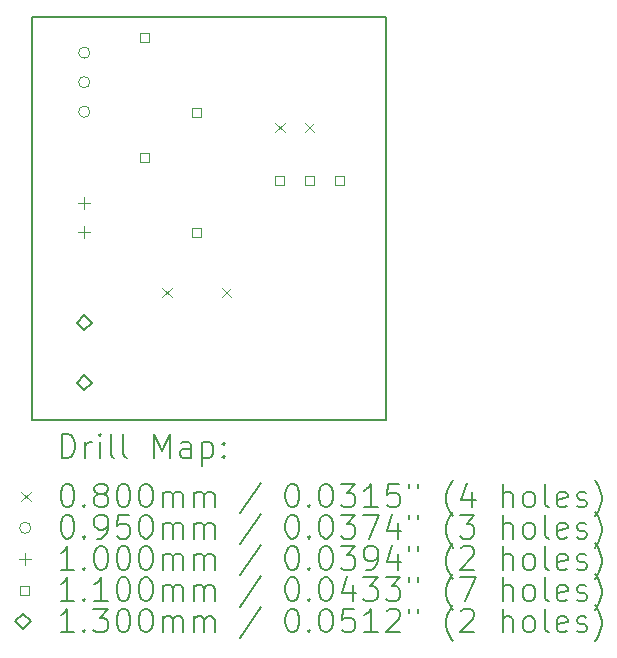
<source format=gbr>
%TF.GenerationSoftware,KiCad,Pcbnew,7.0.9*%
%TF.CreationDate,2023-11-11T09:59:14+01:00*%
%TF.ProjectId,CO2-PwrSupply,434f322d-5077-4725-9375-70706c792e6b,1.0*%
%TF.SameCoordinates,Original*%
%TF.FileFunction,Drillmap*%
%TF.FilePolarity,Positive*%
%FSLAX45Y45*%
G04 Gerber Fmt 4.5, Leading zero omitted, Abs format (unit mm)*
G04 Created by KiCad (PCBNEW 7.0.9) date 2023-11-11 09:59:14*
%MOMM*%
%LPD*%
G01*
G04 APERTURE LIST*
%ADD10C,0.150000*%
%ADD11C,0.200000*%
%ADD12C,0.100000*%
%ADD13C,0.110000*%
%ADD14C,0.130000*%
G04 APERTURE END LIST*
D10*
X4937300Y-1714500D02*
X7934500Y-1714500D01*
X7934500Y-5130800D01*
X4937300Y-5130800D01*
X4937300Y-1714500D01*
D11*
D12*
X6044300Y-4011300D02*
X6124300Y-4091300D01*
X6124300Y-4011300D02*
X6044300Y-4091300D01*
X6544300Y-4011300D02*
X6624300Y-4091300D01*
X6624300Y-4011300D02*
X6544300Y-4091300D01*
X6999289Y-2614300D02*
X7079289Y-2694300D01*
X7079289Y-2614300D02*
X6999289Y-2694300D01*
X7249289Y-2614300D02*
X7329289Y-2694300D01*
X7329289Y-2614300D02*
X7249289Y-2694300D01*
X5429300Y-2019300D02*
G75*
G03*
X5429300Y-2019300I-47500J0D01*
G01*
X5429300Y-2269300D02*
G75*
G03*
X5429300Y-2269300I-47500J0D01*
G01*
X5429300Y-2519300D02*
G75*
G03*
X5429300Y-2519300I-47500J0D01*
G01*
X5381800Y-3239300D02*
X5381800Y-3339300D01*
X5331800Y-3289300D02*
X5431800Y-3289300D01*
X5381800Y-3489300D02*
X5381800Y-3589300D01*
X5331800Y-3539300D02*
X5431800Y-3539300D01*
D13*
X5928691Y-1931191D02*
X5928691Y-1853409D01*
X5850909Y-1853409D01*
X5850909Y-1931191D01*
X5928691Y-1931191D01*
X5928691Y-2947191D02*
X5928691Y-2869409D01*
X5850909Y-2869409D01*
X5850909Y-2947191D01*
X5928691Y-2947191D01*
X6373191Y-2566191D02*
X6373191Y-2488409D01*
X6295409Y-2488409D01*
X6295409Y-2566191D01*
X6373191Y-2566191D01*
X6373191Y-3582191D02*
X6373191Y-3504409D01*
X6295409Y-3504409D01*
X6295409Y-3582191D01*
X6373191Y-3582191D01*
X7071691Y-3137691D02*
X7071691Y-3059909D01*
X6993909Y-3059909D01*
X6993909Y-3137691D01*
X7071691Y-3137691D01*
X7325691Y-3137691D02*
X7325691Y-3059909D01*
X7247909Y-3059909D01*
X7247909Y-3137691D01*
X7325691Y-3137691D01*
X7579691Y-3137691D02*
X7579691Y-3059909D01*
X7501909Y-3059909D01*
X7501909Y-3137691D01*
X7579691Y-3137691D01*
D14*
X5381800Y-4370300D02*
X5446800Y-4305300D01*
X5381800Y-4240300D01*
X5316800Y-4305300D01*
X5381800Y-4370300D01*
X5381800Y-4878300D02*
X5446800Y-4813300D01*
X5381800Y-4748300D01*
X5316800Y-4813300D01*
X5381800Y-4878300D01*
D11*
X5190577Y-5449784D02*
X5190577Y-5249784D01*
X5190577Y-5249784D02*
X5238196Y-5249784D01*
X5238196Y-5249784D02*
X5266767Y-5259308D01*
X5266767Y-5259308D02*
X5285815Y-5278355D01*
X5285815Y-5278355D02*
X5295339Y-5297403D01*
X5295339Y-5297403D02*
X5304863Y-5335498D01*
X5304863Y-5335498D02*
X5304863Y-5364070D01*
X5304863Y-5364070D02*
X5295339Y-5402165D01*
X5295339Y-5402165D02*
X5285815Y-5421212D01*
X5285815Y-5421212D02*
X5266767Y-5440260D01*
X5266767Y-5440260D02*
X5238196Y-5449784D01*
X5238196Y-5449784D02*
X5190577Y-5449784D01*
X5390577Y-5449784D02*
X5390577Y-5316450D01*
X5390577Y-5354546D02*
X5400101Y-5335498D01*
X5400101Y-5335498D02*
X5409624Y-5325974D01*
X5409624Y-5325974D02*
X5428672Y-5316450D01*
X5428672Y-5316450D02*
X5447720Y-5316450D01*
X5514386Y-5449784D02*
X5514386Y-5316450D01*
X5514386Y-5249784D02*
X5504863Y-5259308D01*
X5504863Y-5259308D02*
X5514386Y-5268831D01*
X5514386Y-5268831D02*
X5523910Y-5259308D01*
X5523910Y-5259308D02*
X5514386Y-5249784D01*
X5514386Y-5249784D02*
X5514386Y-5268831D01*
X5638196Y-5449784D02*
X5619148Y-5440260D01*
X5619148Y-5440260D02*
X5609624Y-5421212D01*
X5609624Y-5421212D02*
X5609624Y-5249784D01*
X5742958Y-5449784D02*
X5723910Y-5440260D01*
X5723910Y-5440260D02*
X5714386Y-5421212D01*
X5714386Y-5421212D02*
X5714386Y-5249784D01*
X5971529Y-5449784D02*
X5971529Y-5249784D01*
X5971529Y-5249784D02*
X6038196Y-5392641D01*
X6038196Y-5392641D02*
X6104862Y-5249784D01*
X6104862Y-5249784D02*
X6104862Y-5449784D01*
X6285815Y-5449784D02*
X6285815Y-5345022D01*
X6285815Y-5345022D02*
X6276291Y-5325974D01*
X6276291Y-5325974D02*
X6257243Y-5316450D01*
X6257243Y-5316450D02*
X6219148Y-5316450D01*
X6219148Y-5316450D02*
X6200101Y-5325974D01*
X6285815Y-5440260D02*
X6266767Y-5449784D01*
X6266767Y-5449784D02*
X6219148Y-5449784D01*
X6219148Y-5449784D02*
X6200101Y-5440260D01*
X6200101Y-5440260D02*
X6190577Y-5421212D01*
X6190577Y-5421212D02*
X6190577Y-5402165D01*
X6190577Y-5402165D02*
X6200101Y-5383117D01*
X6200101Y-5383117D02*
X6219148Y-5373593D01*
X6219148Y-5373593D02*
X6266767Y-5373593D01*
X6266767Y-5373593D02*
X6285815Y-5364070D01*
X6381053Y-5316450D02*
X6381053Y-5516450D01*
X6381053Y-5325974D02*
X6400101Y-5316450D01*
X6400101Y-5316450D02*
X6438196Y-5316450D01*
X6438196Y-5316450D02*
X6457243Y-5325974D01*
X6457243Y-5325974D02*
X6466767Y-5335498D01*
X6466767Y-5335498D02*
X6476291Y-5354546D01*
X6476291Y-5354546D02*
X6476291Y-5411689D01*
X6476291Y-5411689D02*
X6466767Y-5430736D01*
X6466767Y-5430736D02*
X6457243Y-5440260D01*
X6457243Y-5440260D02*
X6438196Y-5449784D01*
X6438196Y-5449784D02*
X6400101Y-5449784D01*
X6400101Y-5449784D02*
X6381053Y-5440260D01*
X6562005Y-5430736D02*
X6571529Y-5440260D01*
X6571529Y-5440260D02*
X6562005Y-5449784D01*
X6562005Y-5449784D02*
X6552482Y-5440260D01*
X6552482Y-5440260D02*
X6562005Y-5430736D01*
X6562005Y-5430736D02*
X6562005Y-5449784D01*
X6562005Y-5325974D02*
X6571529Y-5335498D01*
X6571529Y-5335498D02*
X6562005Y-5345022D01*
X6562005Y-5345022D02*
X6552482Y-5335498D01*
X6552482Y-5335498D02*
X6562005Y-5325974D01*
X6562005Y-5325974D02*
X6562005Y-5345022D01*
D12*
X4849800Y-5738300D02*
X4929800Y-5818300D01*
X4929800Y-5738300D02*
X4849800Y-5818300D01*
D11*
X5228672Y-5669784D02*
X5247720Y-5669784D01*
X5247720Y-5669784D02*
X5266767Y-5679308D01*
X5266767Y-5679308D02*
X5276291Y-5688831D01*
X5276291Y-5688831D02*
X5285815Y-5707879D01*
X5285815Y-5707879D02*
X5295339Y-5745974D01*
X5295339Y-5745974D02*
X5295339Y-5793593D01*
X5295339Y-5793593D02*
X5285815Y-5831688D01*
X5285815Y-5831688D02*
X5276291Y-5850736D01*
X5276291Y-5850736D02*
X5266767Y-5860260D01*
X5266767Y-5860260D02*
X5247720Y-5869784D01*
X5247720Y-5869784D02*
X5228672Y-5869784D01*
X5228672Y-5869784D02*
X5209624Y-5860260D01*
X5209624Y-5860260D02*
X5200101Y-5850736D01*
X5200101Y-5850736D02*
X5190577Y-5831688D01*
X5190577Y-5831688D02*
X5181053Y-5793593D01*
X5181053Y-5793593D02*
X5181053Y-5745974D01*
X5181053Y-5745974D02*
X5190577Y-5707879D01*
X5190577Y-5707879D02*
X5200101Y-5688831D01*
X5200101Y-5688831D02*
X5209624Y-5679308D01*
X5209624Y-5679308D02*
X5228672Y-5669784D01*
X5381053Y-5850736D02*
X5390577Y-5860260D01*
X5390577Y-5860260D02*
X5381053Y-5869784D01*
X5381053Y-5869784D02*
X5371529Y-5860260D01*
X5371529Y-5860260D02*
X5381053Y-5850736D01*
X5381053Y-5850736D02*
X5381053Y-5869784D01*
X5504863Y-5755498D02*
X5485815Y-5745974D01*
X5485815Y-5745974D02*
X5476291Y-5736450D01*
X5476291Y-5736450D02*
X5466767Y-5717403D01*
X5466767Y-5717403D02*
X5466767Y-5707879D01*
X5466767Y-5707879D02*
X5476291Y-5688831D01*
X5476291Y-5688831D02*
X5485815Y-5679308D01*
X5485815Y-5679308D02*
X5504863Y-5669784D01*
X5504863Y-5669784D02*
X5542958Y-5669784D01*
X5542958Y-5669784D02*
X5562005Y-5679308D01*
X5562005Y-5679308D02*
X5571529Y-5688831D01*
X5571529Y-5688831D02*
X5581053Y-5707879D01*
X5581053Y-5707879D02*
X5581053Y-5717403D01*
X5581053Y-5717403D02*
X5571529Y-5736450D01*
X5571529Y-5736450D02*
X5562005Y-5745974D01*
X5562005Y-5745974D02*
X5542958Y-5755498D01*
X5542958Y-5755498D02*
X5504863Y-5755498D01*
X5504863Y-5755498D02*
X5485815Y-5765022D01*
X5485815Y-5765022D02*
X5476291Y-5774546D01*
X5476291Y-5774546D02*
X5466767Y-5793593D01*
X5466767Y-5793593D02*
X5466767Y-5831688D01*
X5466767Y-5831688D02*
X5476291Y-5850736D01*
X5476291Y-5850736D02*
X5485815Y-5860260D01*
X5485815Y-5860260D02*
X5504863Y-5869784D01*
X5504863Y-5869784D02*
X5542958Y-5869784D01*
X5542958Y-5869784D02*
X5562005Y-5860260D01*
X5562005Y-5860260D02*
X5571529Y-5850736D01*
X5571529Y-5850736D02*
X5581053Y-5831688D01*
X5581053Y-5831688D02*
X5581053Y-5793593D01*
X5581053Y-5793593D02*
X5571529Y-5774546D01*
X5571529Y-5774546D02*
X5562005Y-5765022D01*
X5562005Y-5765022D02*
X5542958Y-5755498D01*
X5704862Y-5669784D02*
X5723910Y-5669784D01*
X5723910Y-5669784D02*
X5742958Y-5679308D01*
X5742958Y-5679308D02*
X5752482Y-5688831D01*
X5752482Y-5688831D02*
X5762005Y-5707879D01*
X5762005Y-5707879D02*
X5771529Y-5745974D01*
X5771529Y-5745974D02*
X5771529Y-5793593D01*
X5771529Y-5793593D02*
X5762005Y-5831688D01*
X5762005Y-5831688D02*
X5752482Y-5850736D01*
X5752482Y-5850736D02*
X5742958Y-5860260D01*
X5742958Y-5860260D02*
X5723910Y-5869784D01*
X5723910Y-5869784D02*
X5704862Y-5869784D01*
X5704862Y-5869784D02*
X5685815Y-5860260D01*
X5685815Y-5860260D02*
X5676291Y-5850736D01*
X5676291Y-5850736D02*
X5666767Y-5831688D01*
X5666767Y-5831688D02*
X5657243Y-5793593D01*
X5657243Y-5793593D02*
X5657243Y-5745974D01*
X5657243Y-5745974D02*
X5666767Y-5707879D01*
X5666767Y-5707879D02*
X5676291Y-5688831D01*
X5676291Y-5688831D02*
X5685815Y-5679308D01*
X5685815Y-5679308D02*
X5704862Y-5669784D01*
X5895339Y-5669784D02*
X5914386Y-5669784D01*
X5914386Y-5669784D02*
X5933434Y-5679308D01*
X5933434Y-5679308D02*
X5942958Y-5688831D01*
X5942958Y-5688831D02*
X5952482Y-5707879D01*
X5952482Y-5707879D02*
X5962005Y-5745974D01*
X5962005Y-5745974D02*
X5962005Y-5793593D01*
X5962005Y-5793593D02*
X5952482Y-5831688D01*
X5952482Y-5831688D02*
X5942958Y-5850736D01*
X5942958Y-5850736D02*
X5933434Y-5860260D01*
X5933434Y-5860260D02*
X5914386Y-5869784D01*
X5914386Y-5869784D02*
X5895339Y-5869784D01*
X5895339Y-5869784D02*
X5876291Y-5860260D01*
X5876291Y-5860260D02*
X5866767Y-5850736D01*
X5866767Y-5850736D02*
X5857243Y-5831688D01*
X5857243Y-5831688D02*
X5847720Y-5793593D01*
X5847720Y-5793593D02*
X5847720Y-5745974D01*
X5847720Y-5745974D02*
X5857243Y-5707879D01*
X5857243Y-5707879D02*
X5866767Y-5688831D01*
X5866767Y-5688831D02*
X5876291Y-5679308D01*
X5876291Y-5679308D02*
X5895339Y-5669784D01*
X6047720Y-5869784D02*
X6047720Y-5736450D01*
X6047720Y-5755498D02*
X6057243Y-5745974D01*
X6057243Y-5745974D02*
X6076291Y-5736450D01*
X6076291Y-5736450D02*
X6104863Y-5736450D01*
X6104863Y-5736450D02*
X6123910Y-5745974D01*
X6123910Y-5745974D02*
X6133434Y-5765022D01*
X6133434Y-5765022D02*
X6133434Y-5869784D01*
X6133434Y-5765022D02*
X6142958Y-5745974D01*
X6142958Y-5745974D02*
X6162005Y-5736450D01*
X6162005Y-5736450D02*
X6190577Y-5736450D01*
X6190577Y-5736450D02*
X6209624Y-5745974D01*
X6209624Y-5745974D02*
X6219148Y-5765022D01*
X6219148Y-5765022D02*
X6219148Y-5869784D01*
X6314386Y-5869784D02*
X6314386Y-5736450D01*
X6314386Y-5755498D02*
X6323910Y-5745974D01*
X6323910Y-5745974D02*
X6342958Y-5736450D01*
X6342958Y-5736450D02*
X6371529Y-5736450D01*
X6371529Y-5736450D02*
X6390577Y-5745974D01*
X6390577Y-5745974D02*
X6400101Y-5765022D01*
X6400101Y-5765022D02*
X6400101Y-5869784D01*
X6400101Y-5765022D02*
X6409624Y-5745974D01*
X6409624Y-5745974D02*
X6428672Y-5736450D01*
X6428672Y-5736450D02*
X6457243Y-5736450D01*
X6457243Y-5736450D02*
X6476291Y-5745974D01*
X6476291Y-5745974D02*
X6485815Y-5765022D01*
X6485815Y-5765022D02*
X6485815Y-5869784D01*
X6876291Y-5660260D02*
X6704863Y-5917403D01*
X7133434Y-5669784D02*
X7152482Y-5669784D01*
X7152482Y-5669784D02*
X7171529Y-5679308D01*
X7171529Y-5679308D02*
X7181053Y-5688831D01*
X7181053Y-5688831D02*
X7190577Y-5707879D01*
X7190577Y-5707879D02*
X7200101Y-5745974D01*
X7200101Y-5745974D02*
X7200101Y-5793593D01*
X7200101Y-5793593D02*
X7190577Y-5831688D01*
X7190577Y-5831688D02*
X7181053Y-5850736D01*
X7181053Y-5850736D02*
X7171529Y-5860260D01*
X7171529Y-5860260D02*
X7152482Y-5869784D01*
X7152482Y-5869784D02*
X7133434Y-5869784D01*
X7133434Y-5869784D02*
X7114386Y-5860260D01*
X7114386Y-5860260D02*
X7104863Y-5850736D01*
X7104863Y-5850736D02*
X7095339Y-5831688D01*
X7095339Y-5831688D02*
X7085815Y-5793593D01*
X7085815Y-5793593D02*
X7085815Y-5745974D01*
X7085815Y-5745974D02*
X7095339Y-5707879D01*
X7095339Y-5707879D02*
X7104863Y-5688831D01*
X7104863Y-5688831D02*
X7114386Y-5679308D01*
X7114386Y-5679308D02*
X7133434Y-5669784D01*
X7285815Y-5850736D02*
X7295339Y-5860260D01*
X7295339Y-5860260D02*
X7285815Y-5869784D01*
X7285815Y-5869784D02*
X7276291Y-5860260D01*
X7276291Y-5860260D02*
X7285815Y-5850736D01*
X7285815Y-5850736D02*
X7285815Y-5869784D01*
X7419148Y-5669784D02*
X7438196Y-5669784D01*
X7438196Y-5669784D02*
X7457244Y-5679308D01*
X7457244Y-5679308D02*
X7466767Y-5688831D01*
X7466767Y-5688831D02*
X7476291Y-5707879D01*
X7476291Y-5707879D02*
X7485815Y-5745974D01*
X7485815Y-5745974D02*
X7485815Y-5793593D01*
X7485815Y-5793593D02*
X7476291Y-5831688D01*
X7476291Y-5831688D02*
X7466767Y-5850736D01*
X7466767Y-5850736D02*
X7457244Y-5860260D01*
X7457244Y-5860260D02*
X7438196Y-5869784D01*
X7438196Y-5869784D02*
X7419148Y-5869784D01*
X7419148Y-5869784D02*
X7400101Y-5860260D01*
X7400101Y-5860260D02*
X7390577Y-5850736D01*
X7390577Y-5850736D02*
X7381053Y-5831688D01*
X7381053Y-5831688D02*
X7371529Y-5793593D01*
X7371529Y-5793593D02*
X7371529Y-5745974D01*
X7371529Y-5745974D02*
X7381053Y-5707879D01*
X7381053Y-5707879D02*
X7390577Y-5688831D01*
X7390577Y-5688831D02*
X7400101Y-5679308D01*
X7400101Y-5679308D02*
X7419148Y-5669784D01*
X7552482Y-5669784D02*
X7676291Y-5669784D01*
X7676291Y-5669784D02*
X7609625Y-5745974D01*
X7609625Y-5745974D02*
X7638196Y-5745974D01*
X7638196Y-5745974D02*
X7657244Y-5755498D01*
X7657244Y-5755498D02*
X7666767Y-5765022D01*
X7666767Y-5765022D02*
X7676291Y-5784069D01*
X7676291Y-5784069D02*
X7676291Y-5831688D01*
X7676291Y-5831688D02*
X7666767Y-5850736D01*
X7666767Y-5850736D02*
X7657244Y-5860260D01*
X7657244Y-5860260D02*
X7638196Y-5869784D01*
X7638196Y-5869784D02*
X7581053Y-5869784D01*
X7581053Y-5869784D02*
X7562006Y-5860260D01*
X7562006Y-5860260D02*
X7552482Y-5850736D01*
X7866767Y-5869784D02*
X7752482Y-5869784D01*
X7809625Y-5869784D02*
X7809625Y-5669784D01*
X7809625Y-5669784D02*
X7790577Y-5698355D01*
X7790577Y-5698355D02*
X7771529Y-5717403D01*
X7771529Y-5717403D02*
X7752482Y-5726927D01*
X8047720Y-5669784D02*
X7952482Y-5669784D01*
X7952482Y-5669784D02*
X7942958Y-5765022D01*
X7942958Y-5765022D02*
X7952482Y-5755498D01*
X7952482Y-5755498D02*
X7971529Y-5745974D01*
X7971529Y-5745974D02*
X8019148Y-5745974D01*
X8019148Y-5745974D02*
X8038196Y-5755498D01*
X8038196Y-5755498D02*
X8047720Y-5765022D01*
X8047720Y-5765022D02*
X8057244Y-5784069D01*
X8057244Y-5784069D02*
X8057244Y-5831688D01*
X8057244Y-5831688D02*
X8047720Y-5850736D01*
X8047720Y-5850736D02*
X8038196Y-5860260D01*
X8038196Y-5860260D02*
X8019148Y-5869784D01*
X8019148Y-5869784D02*
X7971529Y-5869784D01*
X7971529Y-5869784D02*
X7952482Y-5860260D01*
X7952482Y-5860260D02*
X7942958Y-5850736D01*
X8133434Y-5669784D02*
X8133434Y-5707879D01*
X8209625Y-5669784D02*
X8209625Y-5707879D01*
X8504863Y-5945974D02*
X8495339Y-5936450D01*
X8495339Y-5936450D02*
X8476291Y-5907879D01*
X8476291Y-5907879D02*
X8466768Y-5888831D01*
X8466768Y-5888831D02*
X8457244Y-5860260D01*
X8457244Y-5860260D02*
X8447720Y-5812641D01*
X8447720Y-5812641D02*
X8447720Y-5774546D01*
X8447720Y-5774546D02*
X8457244Y-5726927D01*
X8457244Y-5726927D02*
X8466768Y-5698355D01*
X8466768Y-5698355D02*
X8476291Y-5679308D01*
X8476291Y-5679308D02*
X8495339Y-5650736D01*
X8495339Y-5650736D02*
X8504863Y-5641212D01*
X8666768Y-5736450D02*
X8666768Y-5869784D01*
X8619149Y-5660260D02*
X8571530Y-5803117D01*
X8571530Y-5803117D02*
X8695339Y-5803117D01*
X8923911Y-5869784D02*
X8923911Y-5669784D01*
X9009625Y-5869784D02*
X9009625Y-5765022D01*
X9009625Y-5765022D02*
X9000101Y-5745974D01*
X9000101Y-5745974D02*
X8981053Y-5736450D01*
X8981053Y-5736450D02*
X8952482Y-5736450D01*
X8952482Y-5736450D02*
X8933434Y-5745974D01*
X8933434Y-5745974D02*
X8923911Y-5755498D01*
X9133434Y-5869784D02*
X9114387Y-5860260D01*
X9114387Y-5860260D02*
X9104863Y-5850736D01*
X9104863Y-5850736D02*
X9095339Y-5831688D01*
X9095339Y-5831688D02*
X9095339Y-5774546D01*
X9095339Y-5774546D02*
X9104863Y-5755498D01*
X9104863Y-5755498D02*
X9114387Y-5745974D01*
X9114387Y-5745974D02*
X9133434Y-5736450D01*
X9133434Y-5736450D02*
X9162006Y-5736450D01*
X9162006Y-5736450D02*
X9181053Y-5745974D01*
X9181053Y-5745974D02*
X9190577Y-5755498D01*
X9190577Y-5755498D02*
X9200101Y-5774546D01*
X9200101Y-5774546D02*
X9200101Y-5831688D01*
X9200101Y-5831688D02*
X9190577Y-5850736D01*
X9190577Y-5850736D02*
X9181053Y-5860260D01*
X9181053Y-5860260D02*
X9162006Y-5869784D01*
X9162006Y-5869784D02*
X9133434Y-5869784D01*
X9314387Y-5869784D02*
X9295339Y-5860260D01*
X9295339Y-5860260D02*
X9285815Y-5841212D01*
X9285815Y-5841212D02*
X9285815Y-5669784D01*
X9466768Y-5860260D02*
X9447720Y-5869784D01*
X9447720Y-5869784D02*
X9409625Y-5869784D01*
X9409625Y-5869784D02*
X9390577Y-5860260D01*
X9390577Y-5860260D02*
X9381053Y-5841212D01*
X9381053Y-5841212D02*
X9381053Y-5765022D01*
X9381053Y-5765022D02*
X9390577Y-5745974D01*
X9390577Y-5745974D02*
X9409625Y-5736450D01*
X9409625Y-5736450D02*
X9447720Y-5736450D01*
X9447720Y-5736450D02*
X9466768Y-5745974D01*
X9466768Y-5745974D02*
X9476292Y-5765022D01*
X9476292Y-5765022D02*
X9476292Y-5784069D01*
X9476292Y-5784069D02*
X9381053Y-5803117D01*
X9552482Y-5860260D02*
X9571530Y-5869784D01*
X9571530Y-5869784D02*
X9609625Y-5869784D01*
X9609625Y-5869784D02*
X9628673Y-5860260D01*
X9628673Y-5860260D02*
X9638196Y-5841212D01*
X9638196Y-5841212D02*
X9638196Y-5831688D01*
X9638196Y-5831688D02*
X9628673Y-5812641D01*
X9628673Y-5812641D02*
X9609625Y-5803117D01*
X9609625Y-5803117D02*
X9581053Y-5803117D01*
X9581053Y-5803117D02*
X9562006Y-5793593D01*
X9562006Y-5793593D02*
X9552482Y-5774546D01*
X9552482Y-5774546D02*
X9552482Y-5765022D01*
X9552482Y-5765022D02*
X9562006Y-5745974D01*
X9562006Y-5745974D02*
X9581053Y-5736450D01*
X9581053Y-5736450D02*
X9609625Y-5736450D01*
X9609625Y-5736450D02*
X9628673Y-5745974D01*
X9704863Y-5945974D02*
X9714387Y-5936450D01*
X9714387Y-5936450D02*
X9733434Y-5907879D01*
X9733434Y-5907879D02*
X9742958Y-5888831D01*
X9742958Y-5888831D02*
X9752482Y-5860260D01*
X9752482Y-5860260D02*
X9762006Y-5812641D01*
X9762006Y-5812641D02*
X9762006Y-5774546D01*
X9762006Y-5774546D02*
X9752482Y-5726927D01*
X9752482Y-5726927D02*
X9742958Y-5698355D01*
X9742958Y-5698355D02*
X9733434Y-5679308D01*
X9733434Y-5679308D02*
X9714387Y-5650736D01*
X9714387Y-5650736D02*
X9704863Y-5641212D01*
D12*
X4929800Y-6042300D02*
G75*
G03*
X4929800Y-6042300I-47500J0D01*
G01*
D11*
X5228672Y-5933784D02*
X5247720Y-5933784D01*
X5247720Y-5933784D02*
X5266767Y-5943308D01*
X5266767Y-5943308D02*
X5276291Y-5952831D01*
X5276291Y-5952831D02*
X5285815Y-5971879D01*
X5285815Y-5971879D02*
X5295339Y-6009974D01*
X5295339Y-6009974D02*
X5295339Y-6057593D01*
X5295339Y-6057593D02*
X5285815Y-6095688D01*
X5285815Y-6095688D02*
X5276291Y-6114736D01*
X5276291Y-6114736D02*
X5266767Y-6124260D01*
X5266767Y-6124260D02*
X5247720Y-6133784D01*
X5247720Y-6133784D02*
X5228672Y-6133784D01*
X5228672Y-6133784D02*
X5209624Y-6124260D01*
X5209624Y-6124260D02*
X5200101Y-6114736D01*
X5200101Y-6114736D02*
X5190577Y-6095688D01*
X5190577Y-6095688D02*
X5181053Y-6057593D01*
X5181053Y-6057593D02*
X5181053Y-6009974D01*
X5181053Y-6009974D02*
X5190577Y-5971879D01*
X5190577Y-5971879D02*
X5200101Y-5952831D01*
X5200101Y-5952831D02*
X5209624Y-5943308D01*
X5209624Y-5943308D02*
X5228672Y-5933784D01*
X5381053Y-6114736D02*
X5390577Y-6124260D01*
X5390577Y-6124260D02*
X5381053Y-6133784D01*
X5381053Y-6133784D02*
X5371529Y-6124260D01*
X5371529Y-6124260D02*
X5381053Y-6114736D01*
X5381053Y-6114736D02*
X5381053Y-6133784D01*
X5485815Y-6133784D02*
X5523910Y-6133784D01*
X5523910Y-6133784D02*
X5542958Y-6124260D01*
X5542958Y-6124260D02*
X5552482Y-6114736D01*
X5552482Y-6114736D02*
X5571529Y-6086165D01*
X5571529Y-6086165D02*
X5581053Y-6048069D01*
X5581053Y-6048069D02*
X5581053Y-5971879D01*
X5581053Y-5971879D02*
X5571529Y-5952831D01*
X5571529Y-5952831D02*
X5562005Y-5943308D01*
X5562005Y-5943308D02*
X5542958Y-5933784D01*
X5542958Y-5933784D02*
X5504863Y-5933784D01*
X5504863Y-5933784D02*
X5485815Y-5943308D01*
X5485815Y-5943308D02*
X5476291Y-5952831D01*
X5476291Y-5952831D02*
X5466767Y-5971879D01*
X5466767Y-5971879D02*
X5466767Y-6019498D01*
X5466767Y-6019498D02*
X5476291Y-6038546D01*
X5476291Y-6038546D02*
X5485815Y-6048069D01*
X5485815Y-6048069D02*
X5504863Y-6057593D01*
X5504863Y-6057593D02*
X5542958Y-6057593D01*
X5542958Y-6057593D02*
X5562005Y-6048069D01*
X5562005Y-6048069D02*
X5571529Y-6038546D01*
X5571529Y-6038546D02*
X5581053Y-6019498D01*
X5762005Y-5933784D02*
X5666767Y-5933784D01*
X5666767Y-5933784D02*
X5657243Y-6029022D01*
X5657243Y-6029022D02*
X5666767Y-6019498D01*
X5666767Y-6019498D02*
X5685815Y-6009974D01*
X5685815Y-6009974D02*
X5733434Y-6009974D01*
X5733434Y-6009974D02*
X5752482Y-6019498D01*
X5752482Y-6019498D02*
X5762005Y-6029022D01*
X5762005Y-6029022D02*
X5771529Y-6048069D01*
X5771529Y-6048069D02*
X5771529Y-6095688D01*
X5771529Y-6095688D02*
X5762005Y-6114736D01*
X5762005Y-6114736D02*
X5752482Y-6124260D01*
X5752482Y-6124260D02*
X5733434Y-6133784D01*
X5733434Y-6133784D02*
X5685815Y-6133784D01*
X5685815Y-6133784D02*
X5666767Y-6124260D01*
X5666767Y-6124260D02*
X5657243Y-6114736D01*
X5895339Y-5933784D02*
X5914386Y-5933784D01*
X5914386Y-5933784D02*
X5933434Y-5943308D01*
X5933434Y-5943308D02*
X5942958Y-5952831D01*
X5942958Y-5952831D02*
X5952482Y-5971879D01*
X5952482Y-5971879D02*
X5962005Y-6009974D01*
X5962005Y-6009974D02*
X5962005Y-6057593D01*
X5962005Y-6057593D02*
X5952482Y-6095688D01*
X5952482Y-6095688D02*
X5942958Y-6114736D01*
X5942958Y-6114736D02*
X5933434Y-6124260D01*
X5933434Y-6124260D02*
X5914386Y-6133784D01*
X5914386Y-6133784D02*
X5895339Y-6133784D01*
X5895339Y-6133784D02*
X5876291Y-6124260D01*
X5876291Y-6124260D02*
X5866767Y-6114736D01*
X5866767Y-6114736D02*
X5857243Y-6095688D01*
X5857243Y-6095688D02*
X5847720Y-6057593D01*
X5847720Y-6057593D02*
X5847720Y-6009974D01*
X5847720Y-6009974D02*
X5857243Y-5971879D01*
X5857243Y-5971879D02*
X5866767Y-5952831D01*
X5866767Y-5952831D02*
X5876291Y-5943308D01*
X5876291Y-5943308D02*
X5895339Y-5933784D01*
X6047720Y-6133784D02*
X6047720Y-6000450D01*
X6047720Y-6019498D02*
X6057243Y-6009974D01*
X6057243Y-6009974D02*
X6076291Y-6000450D01*
X6076291Y-6000450D02*
X6104863Y-6000450D01*
X6104863Y-6000450D02*
X6123910Y-6009974D01*
X6123910Y-6009974D02*
X6133434Y-6029022D01*
X6133434Y-6029022D02*
X6133434Y-6133784D01*
X6133434Y-6029022D02*
X6142958Y-6009974D01*
X6142958Y-6009974D02*
X6162005Y-6000450D01*
X6162005Y-6000450D02*
X6190577Y-6000450D01*
X6190577Y-6000450D02*
X6209624Y-6009974D01*
X6209624Y-6009974D02*
X6219148Y-6029022D01*
X6219148Y-6029022D02*
X6219148Y-6133784D01*
X6314386Y-6133784D02*
X6314386Y-6000450D01*
X6314386Y-6019498D02*
X6323910Y-6009974D01*
X6323910Y-6009974D02*
X6342958Y-6000450D01*
X6342958Y-6000450D02*
X6371529Y-6000450D01*
X6371529Y-6000450D02*
X6390577Y-6009974D01*
X6390577Y-6009974D02*
X6400101Y-6029022D01*
X6400101Y-6029022D02*
X6400101Y-6133784D01*
X6400101Y-6029022D02*
X6409624Y-6009974D01*
X6409624Y-6009974D02*
X6428672Y-6000450D01*
X6428672Y-6000450D02*
X6457243Y-6000450D01*
X6457243Y-6000450D02*
X6476291Y-6009974D01*
X6476291Y-6009974D02*
X6485815Y-6029022D01*
X6485815Y-6029022D02*
X6485815Y-6133784D01*
X6876291Y-5924260D02*
X6704863Y-6181403D01*
X7133434Y-5933784D02*
X7152482Y-5933784D01*
X7152482Y-5933784D02*
X7171529Y-5943308D01*
X7171529Y-5943308D02*
X7181053Y-5952831D01*
X7181053Y-5952831D02*
X7190577Y-5971879D01*
X7190577Y-5971879D02*
X7200101Y-6009974D01*
X7200101Y-6009974D02*
X7200101Y-6057593D01*
X7200101Y-6057593D02*
X7190577Y-6095688D01*
X7190577Y-6095688D02*
X7181053Y-6114736D01*
X7181053Y-6114736D02*
X7171529Y-6124260D01*
X7171529Y-6124260D02*
X7152482Y-6133784D01*
X7152482Y-6133784D02*
X7133434Y-6133784D01*
X7133434Y-6133784D02*
X7114386Y-6124260D01*
X7114386Y-6124260D02*
X7104863Y-6114736D01*
X7104863Y-6114736D02*
X7095339Y-6095688D01*
X7095339Y-6095688D02*
X7085815Y-6057593D01*
X7085815Y-6057593D02*
X7085815Y-6009974D01*
X7085815Y-6009974D02*
X7095339Y-5971879D01*
X7095339Y-5971879D02*
X7104863Y-5952831D01*
X7104863Y-5952831D02*
X7114386Y-5943308D01*
X7114386Y-5943308D02*
X7133434Y-5933784D01*
X7285815Y-6114736D02*
X7295339Y-6124260D01*
X7295339Y-6124260D02*
X7285815Y-6133784D01*
X7285815Y-6133784D02*
X7276291Y-6124260D01*
X7276291Y-6124260D02*
X7285815Y-6114736D01*
X7285815Y-6114736D02*
X7285815Y-6133784D01*
X7419148Y-5933784D02*
X7438196Y-5933784D01*
X7438196Y-5933784D02*
X7457244Y-5943308D01*
X7457244Y-5943308D02*
X7466767Y-5952831D01*
X7466767Y-5952831D02*
X7476291Y-5971879D01*
X7476291Y-5971879D02*
X7485815Y-6009974D01*
X7485815Y-6009974D02*
X7485815Y-6057593D01*
X7485815Y-6057593D02*
X7476291Y-6095688D01*
X7476291Y-6095688D02*
X7466767Y-6114736D01*
X7466767Y-6114736D02*
X7457244Y-6124260D01*
X7457244Y-6124260D02*
X7438196Y-6133784D01*
X7438196Y-6133784D02*
X7419148Y-6133784D01*
X7419148Y-6133784D02*
X7400101Y-6124260D01*
X7400101Y-6124260D02*
X7390577Y-6114736D01*
X7390577Y-6114736D02*
X7381053Y-6095688D01*
X7381053Y-6095688D02*
X7371529Y-6057593D01*
X7371529Y-6057593D02*
X7371529Y-6009974D01*
X7371529Y-6009974D02*
X7381053Y-5971879D01*
X7381053Y-5971879D02*
X7390577Y-5952831D01*
X7390577Y-5952831D02*
X7400101Y-5943308D01*
X7400101Y-5943308D02*
X7419148Y-5933784D01*
X7552482Y-5933784D02*
X7676291Y-5933784D01*
X7676291Y-5933784D02*
X7609625Y-6009974D01*
X7609625Y-6009974D02*
X7638196Y-6009974D01*
X7638196Y-6009974D02*
X7657244Y-6019498D01*
X7657244Y-6019498D02*
X7666767Y-6029022D01*
X7666767Y-6029022D02*
X7676291Y-6048069D01*
X7676291Y-6048069D02*
X7676291Y-6095688D01*
X7676291Y-6095688D02*
X7666767Y-6114736D01*
X7666767Y-6114736D02*
X7657244Y-6124260D01*
X7657244Y-6124260D02*
X7638196Y-6133784D01*
X7638196Y-6133784D02*
X7581053Y-6133784D01*
X7581053Y-6133784D02*
X7562006Y-6124260D01*
X7562006Y-6124260D02*
X7552482Y-6114736D01*
X7742958Y-5933784D02*
X7876291Y-5933784D01*
X7876291Y-5933784D02*
X7790577Y-6133784D01*
X8038196Y-6000450D02*
X8038196Y-6133784D01*
X7990577Y-5924260D02*
X7942958Y-6067117D01*
X7942958Y-6067117D02*
X8066767Y-6067117D01*
X8133434Y-5933784D02*
X8133434Y-5971879D01*
X8209625Y-5933784D02*
X8209625Y-5971879D01*
X8504863Y-6209974D02*
X8495339Y-6200450D01*
X8495339Y-6200450D02*
X8476291Y-6171879D01*
X8476291Y-6171879D02*
X8466768Y-6152831D01*
X8466768Y-6152831D02*
X8457244Y-6124260D01*
X8457244Y-6124260D02*
X8447720Y-6076641D01*
X8447720Y-6076641D02*
X8447720Y-6038546D01*
X8447720Y-6038546D02*
X8457244Y-5990927D01*
X8457244Y-5990927D02*
X8466768Y-5962355D01*
X8466768Y-5962355D02*
X8476291Y-5943308D01*
X8476291Y-5943308D02*
X8495339Y-5914736D01*
X8495339Y-5914736D02*
X8504863Y-5905212D01*
X8562006Y-5933784D02*
X8685815Y-5933784D01*
X8685815Y-5933784D02*
X8619149Y-6009974D01*
X8619149Y-6009974D02*
X8647720Y-6009974D01*
X8647720Y-6009974D02*
X8666768Y-6019498D01*
X8666768Y-6019498D02*
X8676291Y-6029022D01*
X8676291Y-6029022D02*
X8685815Y-6048069D01*
X8685815Y-6048069D02*
X8685815Y-6095688D01*
X8685815Y-6095688D02*
X8676291Y-6114736D01*
X8676291Y-6114736D02*
X8666768Y-6124260D01*
X8666768Y-6124260D02*
X8647720Y-6133784D01*
X8647720Y-6133784D02*
X8590577Y-6133784D01*
X8590577Y-6133784D02*
X8571530Y-6124260D01*
X8571530Y-6124260D02*
X8562006Y-6114736D01*
X8923911Y-6133784D02*
X8923911Y-5933784D01*
X9009625Y-6133784D02*
X9009625Y-6029022D01*
X9009625Y-6029022D02*
X9000101Y-6009974D01*
X9000101Y-6009974D02*
X8981053Y-6000450D01*
X8981053Y-6000450D02*
X8952482Y-6000450D01*
X8952482Y-6000450D02*
X8933434Y-6009974D01*
X8933434Y-6009974D02*
X8923911Y-6019498D01*
X9133434Y-6133784D02*
X9114387Y-6124260D01*
X9114387Y-6124260D02*
X9104863Y-6114736D01*
X9104863Y-6114736D02*
X9095339Y-6095688D01*
X9095339Y-6095688D02*
X9095339Y-6038546D01*
X9095339Y-6038546D02*
X9104863Y-6019498D01*
X9104863Y-6019498D02*
X9114387Y-6009974D01*
X9114387Y-6009974D02*
X9133434Y-6000450D01*
X9133434Y-6000450D02*
X9162006Y-6000450D01*
X9162006Y-6000450D02*
X9181053Y-6009974D01*
X9181053Y-6009974D02*
X9190577Y-6019498D01*
X9190577Y-6019498D02*
X9200101Y-6038546D01*
X9200101Y-6038546D02*
X9200101Y-6095688D01*
X9200101Y-6095688D02*
X9190577Y-6114736D01*
X9190577Y-6114736D02*
X9181053Y-6124260D01*
X9181053Y-6124260D02*
X9162006Y-6133784D01*
X9162006Y-6133784D02*
X9133434Y-6133784D01*
X9314387Y-6133784D02*
X9295339Y-6124260D01*
X9295339Y-6124260D02*
X9285815Y-6105212D01*
X9285815Y-6105212D02*
X9285815Y-5933784D01*
X9466768Y-6124260D02*
X9447720Y-6133784D01*
X9447720Y-6133784D02*
X9409625Y-6133784D01*
X9409625Y-6133784D02*
X9390577Y-6124260D01*
X9390577Y-6124260D02*
X9381053Y-6105212D01*
X9381053Y-6105212D02*
X9381053Y-6029022D01*
X9381053Y-6029022D02*
X9390577Y-6009974D01*
X9390577Y-6009974D02*
X9409625Y-6000450D01*
X9409625Y-6000450D02*
X9447720Y-6000450D01*
X9447720Y-6000450D02*
X9466768Y-6009974D01*
X9466768Y-6009974D02*
X9476292Y-6029022D01*
X9476292Y-6029022D02*
X9476292Y-6048069D01*
X9476292Y-6048069D02*
X9381053Y-6067117D01*
X9552482Y-6124260D02*
X9571530Y-6133784D01*
X9571530Y-6133784D02*
X9609625Y-6133784D01*
X9609625Y-6133784D02*
X9628673Y-6124260D01*
X9628673Y-6124260D02*
X9638196Y-6105212D01*
X9638196Y-6105212D02*
X9638196Y-6095688D01*
X9638196Y-6095688D02*
X9628673Y-6076641D01*
X9628673Y-6076641D02*
X9609625Y-6067117D01*
X9609625Y-6067117D02*
X9581053Y-6067117D01*
X9581053Y-6067117D02*
X9562006Y-6057593D01*
X9562006Y-6057593D02*
X9552482Y-6038546D01*
X9552482Y-6038546D02*
X9552482Y-6029022D01*
X9552482Y-6029022D02*
X9562006Y-6009974D01*
X9562006Y-6009974D02*
X9581053Y-6000450D01*
X9581053Y-6000450D02*
X9609625Y-6000450D01*
X9609625Y-6000450D02*
X9628673Y-6009974D01*
X9704863Y-6209974D02*
X9714387Y-6200450D01*
X9714387Y-6200450D02*
X9733434Y-6171879D01*
X9733434Y-6171879D02*
X9742958Y-6152831D01*
X9742958Y-6152831D02*
X9752482Y-6124260D01*
X9752482Y-6124260D02*
X9762006Y-6076641D01*
X9762006Y-6076641D02*
X9762006Y-6038546D01*
X9762006Y-6038546D02*
X9752482Y-5990927D01*
X9752482Y-5990927D02*
X9742958Y-5962355D01*
X9742958Y-5962355D02*
X9733434Y-5943308D01*
X9733434Y-5943308D02*
X9714387Y-5914736D01*
X9714387Y-5914736D02*
X9704863Y-5905212D01*
D12*
X4879800Y-6256300D02*
X4879800Y-6356300D01*
X4829800Y-6306300D02*
X4929800Y-6306300D01*
D11*
X5295339Y-6397784D02*
X5181053Y-6397784D01*
X5238196Y-6397784D02*
X5238196Y-6197784D01*
X5238196Y-6197784D02*
X5219148Y-6226355D01*
X5219148Y-6226355D02*
X5200101Y-6245403D01*
X5200101Y-6245403D02*
X5181053Y-6254927D01*
X5381053Y-6378736D02*
X5390577Y-6388260D01*
X5390577Y-6388260D02*
X5381053Y-6397784D01*
X5381053Y-6397784D02*
X5371529Y-6388260D01*
X5371529Y-6388260D02*
X5381053Y-6378736D01*
X5381053Y-6378736D02*
X5381053Y-6397784D01*
X5514386Y-6197784D02*
X5533434Y-6197784D01*
X5533434Y-6197784D02*
X5552482Y-6207308D01*
X5552482Y-6207308D02*
X5562005Y-6216831D01*
X5562005Y-6216831D02*
X5571529Y-6235879D01*
X5571529Y-6235879D02*
X5581053Y-6273974D01*
X5581053Y-6273974D02*
X5581053Y-6321593D01*
X5581053Y-6321593D02*
X5571529Y-6359688D01*
X5571529Y-6359688D02*
X5562005Y-6378736D01*
X5562005Y-6378736D02*
X5552482Y-6388260D01*
X5552482Y-6388260D02*
X5533434Y-6397784D01*
X5533434Y-6397784D02*
X5514386Y-6397784D01*
X5514386Y-6397784D02*
X5495339Y-6388260D01*
X5495339Y-6388260D02*
X5485815Y-6378736D01*
X5485815Y-6378736D02*
X5476291Y-6359688D01*
X5476291Y-6359688D02*
X5466767Y-6321593D01*
X5466767Y-6321593D02*
X5466767Y-6273974D01*
X5466767Y-6273974D02*
X5476291Y-6235879D01*
X5476291Y-6235879D02*
X5485815Y-6216831D01*
X5485815Y-6216831D02*
X5495339Y-6207308D01*
X5495339Y-6207308D02*
X5514386Y-6197784D01*
X5704862Y-6197784D02*
X5723910Y-6197784D01*
X5723910Y-6197784D02*
X5742958Y-6207308D01*
X5742958Y-6207308D02*
X5752482Y-6216831D01*
X5752482Y-6216831D02*
X5762005Y-6235879D01*
X5762005Y-6235879D02*
X5771529Y-6273974D01*
X5771529Y-6273974D02*
X5771529Y-6321593D01*
X5771529Y-6321593D02*
X5762005Y-6359688D01*
X5762005Y-6359688D02*
X5752482Y-6378736D01*
X5752482Y-6378736D02*
X5742958Y-6388260D01*
X5742958Y-6388260D02*
X5723910Y-6397784D01*
X5723910Y-6397784D02*
X5704862Y-6397784D01*
X5704862Y-6397784D02*
X5685815Y-6388260D01*
X5685815Y-6388260D02*
X5676291Y-6378736D01*
X5676291Y-6378736D02*
X5666767Y-6359688D01*
X5666767Y-6359688D02*
X5657243Y-6321593D01*
X5657243Y-6321593D02*
X5657243Y-6273974D01*
X5657243Y-6273974D02*
X5666767Y-6235879D01*
X5666767Y-6235879D02*
X5676291Y-6216831D01*
X5676291Y-6216831D02*
X5685815Y-6207308D01*
X5685815Y-6207308D02*
X5704862Y-6197784D01*
X5895339Y-6197784D02*
X5914386Y-6197784D01*
X5914386Y-6197784D02*
X5933434Y-6207308D01*
X5933434Y-6207308D02*
X5942958Y-6216831D01*
X5942958Y-6216831D02*
X5952482Y-6235879D01*
X5952482Y-6235879D02*
X5962005Y-6273974D01*
X5962005Y-6273974D02*
X5962005Y-6321593D01*
X5962005Y-6321593D02*
X5952482Y-6359688D01*
X5952482Y-6359688D02*
X5942958Y-6378736D01*
X5942958Y-6378736D02*
X5933434Y-6388260D01*
X5933434Y-6388260D02*
X5914386Y-6397784D01*
X5914386Y-6397784D02*
X5895339Y-6397784D01*
X5895339Y-6397784D02*
X5876291Y-6388260D01*
X5876291Y-6388260D02*
X5866767Y-6378736D01*
X5866767Y-6378736D02*
X5857243Y-6359688D01*
X5857243Y-6359688D02*
X5847720Y-6321593D01*
X5847720Y-6321593D02*
X5847720Y-6273974D01*
X5847720Y-6273974D02*
X5857243Y-6235879D01*
X5857243Y-6235879D02*
X5866767Y-6216831D01*
X5866767Y-6216831D02*
X5876291Y-6207308D01*
X5876291Y-6207308D02*
X5895339Y-6197784D01*
X6047720Y-6397784D02*
X6047720Y-6264450D01*
X6047720Y-6283498D02*
X6057243Y-6273974D01*
X6057243Y-6273974D02*
X6076291Y-6264450D01*
X6076291Y-6264450D02*
X6104863Y-6264450D01*
X6104863Y-6264450D02*
X6123910Y-6273974D01*
X6123910Y-6273974D02*
X6133434Y-6293022D01*
X6133434Y-6293022D02*
X6133434Y-6397784D01*
X6133434Y-6293022D02*
X6142958Y-6273974D01*
X6142958Y-6273974D02*
X6162005Y-6264450D01*
X6162005Y-6264450D02*
X6190577Y-6264450D01*
X6190577Y-6264450D02*
X6209624Y-6273974D01*
X6209624Y-6273974D02*
X6219148Y-6293022D01*
X6219148Y-6293022D02*
X6219148Y-6397784D01*
X6314386Y-6397784D02*
X6314386Y-6264450D01*
X6314386Y-6283498D02*
X6323910Y-6273974D01*
X6323910Y-6273974D02*
X6342958Y-6264450D01*
X6342958Y-6264450D02*
X6371529Y-6264450D01*
X6371529Y-6264450D02*
X6390577Y-6273974D01*
X6390577Y-6273974D02*
X6400101Y-6293022D01*
X6400101Y-6293022D02*
X6400101Y-6397784D01*
X6400101Y-6293022D02*
X6409624Y-6273974D01*
X6409624Y-6273974D02*
X6428672Y-6264450D01*
X6428672Y-6264450D02*
X6457243Y-6264450D01*
X6457243Y-6264450D02*
X6476291Y-6273974D01*
X6476291Y-6273974D02*
X6485815Y-6293022D01*
X6485815Y-6293022D02*
X6485815Y-6397784D01*
X6876291Y-6188260D02*
X6704863Y-6445403D01*
X7133434Y-6197784D02*
X7152482Y-6197784D01*
X7152482Y-6197784D02*
X7171529Y-6207308D01*
X7171529Y-6207308D02*
X7181053Y-6216831D01*
X7181053Y-6216831D02*
X7190577Y-6235879D01*
X7190577Y-6235879D02*
X7200101Y-6273974D01*
X7200101Y-6273974D02*
X7200101Y-6321593D01*
X7200101Y-6321593D02*
X7190577Y-6359688D01*
X7190577Y-6359688D02*
X7181053Y-6378736D01*
X7181053Y-6378736D02*
X7171529Y-6388260D01*
X7171529Y-6388260D02*
X7152482Y-6397784D01*
X7152482Y-6397784D02*
X7133434Y-6397784D01*
X7133434Y-6397784D02*
X7114386Y-6388260D01*
X7114386Y-6388260D02*
X7104863Y-6378736D01*
X7104863Y-6378736D02*
X7095339Y-6359688D01*
X7095339Y-6359688D02*
X7085815Y-6321593D01*
X7085815Y-6321593D02*
X7085815Y-6273974D01*
X7085815Y-6273974D02*
X7095339Y-6235879D01*
X7095339Y-6235879D02*
X7104863Y-6216831D01*
X7104863Y-6216831D02*
X7114386Y-6207308D01*
X7114386Y-6207308D02*
X7133434Y-6197784D01*
X7285815Y-6378736D02*
X7295339Y-6388260D01*
X7295339Y-6388260D02*
X7285815Y-6397784D01*
X7285815Y-6397784D02*
X7276291Y-6388260D01*
X7276291Y-6388260D02*
X7285815Y-6378736D01*
X7285815Y-6378736D02*
X7285815Y-6397784D01*
X7419148Y-6197784D02*
X7438196Y-6197784D01*
X7438196Y-6197784D02*
X7457244Y-6207308D01*
X7457244Y-6207308D02*
X7466767Y-6216831D01*
X7466767Y-6216831D02*
X7476291Y-6235879D01*
X7476291Y-6235879D02*
X7485815Y-6273974D01*
X7485815Y-6273974D02*
X7485815Y-6321593D01*
X7485815Y-6321593D02*
X7476291Y-6359688D01*
X7476291Y-6359688D02*
X7466767Y-6378736D01*
X7466767Y-6378736D02*
X7457244Y-6388260D01*
X7457244Y-6388260D02*
X7438196Y-6397784D01*
X7438196Y-6397784D02*
X7419148Y-6397784D01*
X7419148Y-6397784D02*
X7400101Y-6388260D01*
X7400101Y-6388260D02*
X7390577Y-6378736D01*
X7390577Y-6378736D02*
X7381053Y-6359688D01*
X7381053Y-6359688D02*
X7371529Y-6321593D01*
X7371529Y-6321593D02*
X7371529Y-6273974D01*
X7371529Y-6273974D02*
X7381053Y-6235879D01*
X7381053Y-6235879D02*
X7390577Y-6216831D01*
X7390577Y-6216831D02*
X7400101Y-6207308D01*
X7400101Y-6207308D02*
X7419148Y-6197784D01*
X7552482Y-6197784D02*
X7676291Y-6197784D01*
X7676291Y-6197784D02*
X7609625Y-6273974D01*
X7609625Y-6273974D02*
X7638196Y-6273974D01*
X7638196Y-6273974D02*
X7657244Y-6283498D01*
X7657244Y-6283498D02*
X7666767Y-6293022D01*
X7666767Y-6293022D02*
X7676291Y-6312069D01*
X7676291Y-6312069D02*
X7676291Y-6359688D01*
X7676291Y-6359688D02*
X7666767Y-6378736D01*
X7666767Y-6378736D02*
X7657244Y-6388260D01*
X7657244Y-6388260D02*
X7638196Y-6397784D01*
X7638196Y-6397784D02*
X7581053Y-6397784D01*
X7581053Y-6397784D02*
X7562006Y-6388260D01*
X7562006Y-6388260D02*
X7552482Y-6378736D01*
X7771529Y-6397784D02*
X7809625Y-6397784D01*
X7809625Y-6397784D02*
X7828672Y-6388260D01*
X7828672Y-6388260D02*
X7838196Y-6378736D01*
X7838196Y-6378736D02*
X7857244Y-6350165D01*
X7857244Y-6350165D02*
X7866767Y-6312069D01*
X7866767Y-6312069D02*
X7866767Y-6235879D01*
X7866767Y-6235879D02*
X7857244Y-6216831D01*
X7857244Y-6216831D02*
X7847720Y-6207308D01*
X7847720Y-6207308D02*
X7828672Y-6197784D01*
X7828672Y-6197784D02*
X7790577Y-6197784D01*
X7790577Y-6197784D02*
X7771529Y-6207308D01*
X7771529Y-6207308D02*
X7762006Y-6216831D01*
X7762006Y-6216831D02*
X7752482Y-6235879D01*
X7752482Y-6235879D02*
X7752482Y-6283498D01*
X7752482Y-6283498D02*
X7762006Y-6302546D01*
X7762006Y-6302546D02*
X7771529Y-6312069D01*
X7771529Y-6312069D02*
X7790577Y-6321593D01*
X7790577Y-6321593D02*
X7828672Y-6321593D01*
X7828672Y-6321593D02*
X7847720Y-6312069D01*
X7847720Y-6312069D02*
X7857244Y-6302546D01*
X7857244Y-6302546D02*
X7866767Y-6283498D01*
X8038196Y-6264450D02*
X8038196Y-6397784D01*
X7990577Y-6188260D02*
X7942958Y-6331117D01*
X7942958Y-6331117D02*
X8066767Y-6331117D01*
X8133434Y-6197784D02*
X8133434Y-6235879D01*
X8209625Y-6197784D02*
X8209625Y-6235879D01*
X8504863Y-6473974D02*
X8495339Y-6464450D01*
X8495339Y-6464450D02*
X8476291Y-6435879D01*
X8476291Y-6435879D02*
X8466768Y-6416831D01*
X8466768Y-6416831D02*
X8457244Y-6388260D01*
X8457244Y-6388260D02*
X8447720Y-6340641D01*
X8447720Y-6340641D02*
X8447720Y-6302546D01*
X8447720Y-6302546D02*
X8457244Y-6254927D01*
X8457244Y-6254927D02*
X8466768Y-6226355D01*
X8466768Y-6226355D02*
X8476291Y-6207308D01*
X8476291Y-6207308D02*
X8495339Y-6178736D01*
X8495339Y-6178736D02*
X8504863Y-6169212D01*
X8571530Y-6216831D02*
X8581053Y-6207308D01*
X8581053Y-6207308D02*
X8600101Y-6197784D01*
X8600101Y-6197784D02*
X8647720Y-6197784D01*
X8647720Y-6197784D02*
X8666768Y-6207308D01*
X8666768Y-6207308D02*
X8676291Y-6216831D01*
X8676291Y-6216831D02*
X8685815Y-6235879D01*
X8685815Y-6235879D02*
X8685815Y-6254927D01*
X8685815Y-6254927D02*
X8676291Y-6283498D01*
X8676291Y-6283498D02*
X8562006Y-6397784D01*
X8562006Y-6397784D02*
X8685815Y-6397784D01*
X8923911Y-6397784D02*
X8923911Y-6197784D01*
X9009625Y-6397784D02*
X9009625Y-6293022D01*
X9009625Y-6293022D02*
X9000101Y-6273974D01*
X9000101Y-6273974D02*
X8981053Y-6264450D01*
X8981053Y-6264450D02*
X8952482Y-6264450D01*
X8952482Y-6264450D02*
X8933434Y-6273974D01*
X8933434Y-6273974D02*
X8923911Y-6283498D01*
X9133434Y-6397784D02*
X9114387Y-6388260D01*
X9114387Y-6388260D02*
X9104863Y-6378736D01*
X9104863Y-6378736D02*
X9095339Y-6359688D01*
X9095339Y-6359688D02*
X9095339Y-6302546D01*
X9095339Y-6302546D02*
X9104863Y-6283498D01*
X9104863Y-6283498D02*
X9114387Y-6273974D01*
X9114387Y-6273974D02*
X9133434Y-6264450D01*
X9133434Y-6264450D02*
X9162006Y-6264450D01*
X9162006Y-6264450D02*
X9181053Y-6273974D01*
X9181053Y-6273974D02*
X9190577Y-6283498D01*
X9190577Y-6283498D02*
X9200101Y-6302546D01*
X9200101Y-6302546D02*
X9200101Y-6359688D01*
X9200101Y-6359688D02*
X9190577Y-6378736D01*
X9190577Y-6378736D02*
X9181053Y-6388260D01*
X9181053Y-6388260D02*
X9162006Y-6397784D01*
X9162006Y-6397784D02*
X9133434Y-6397784D01*
X9314387Y-6397784D02*
X9295339Y-6388260D01*
X9295339Y-6388260D02*
X9285815Y-6369212D01*
X9285815Y-6369212D02*
X9285815Y-6197784D01*
X9466768Y-6388260D02*
X9447720Y-6397784D01*
X9447720Y-6397784D02*
X9409625Y-6397784D01*
X9409625Y-6397784D02*
X9390577Y-6388260D01*
X9390577Y-6388260D02*
X9381053Y-6369212D01*
X9381053Y-6369212D02*
X9381053Y-6293022D01*
X9381053Y-6293022D02*
X9390577Y-6273974D01*
X9390577Y-6273974D02*
X9409625Y-6264450D01*
X9409625Y-6264450D02*
X9447720Y-6264450D01*
X9447720Y-6264450D02*
X9466768Y-6273974D01*
X9466768Y-6273974D02*
X9476292Y-6293022D01*
X9476292Y-6293022D02*
X9476292Y-6312069D01*
X9476292Y-6312069D02*
X9381053Y-6331117D01*
X9552482Y-6388260D02*
X9571530Y-6397784D01*
X9571530Y-6397784D02*
X9609625Y-6397784D01*
X9609625Y-6397784D02*
X9628673Y-6388260D01*
X9628673Y-6388260D02*
X9638196Y-6369212D01*
X9638196Y-6369212D02*
X9638196Y-6359688D01*
X9638196Y-6359688D02*
X9628673Y-6340641D01*
X9628673Y-6340641D02*
X9609625Y-6331117D01*
X9609625Y-6331117D02*
X9581053Y-6331117D01*
X9581053Y-6331117D02*
X9562006Y-6321593D01*
X9562006Y-6321593D02*
X9552482Y-6302546D01*
X9552482Y-6302546D02*
X9552482Y-6293022D01*
X9552482Y-6293022D02*
X9562006Y-6273974D01*
X9562006Y-6273974D02*
X9581053Y-6264450D01*
X9581053Y-6264450D02*
X9609625Y-6264450D01*
X9609625Y-6264450D02*
X9628673Y-6273974D01*
X9704863Y-6473974D02*
X9714387Y-6464450D01*
X9714387Y-6464450D02*
X9733434Y-6435879D01*
X9733434Y-6435879D02*
X9742958Y-6416831D01*
X9742958Y-6416831D02*
X9752482Y-6388260D01*
X9752482Y-6388260D02*
X9762006Y-6340641D01*
X9762006Y-6340641D02*
X9762006Y-6302546D01*
X9762006Y-6302546D02*
X9752482Y-6254927D01*
X9752482Y-6254927D02*
X9742958Y-6226355D01*
X9742958Y-6226355D02*
X9733434Y-6207308D01*
X9733434Y-6207308D02*
X9714387Y-6178736D01*
X9714387Y-6178736D02*
X9704863Y-6169212D01*
D13*
X4913691Y-6609191D02*
X4913691Y-6531409D01*
X4835909Y-6531409D01*
X4835909Y-6609191D01*
X4913691Y-6609191D01*
D11*
X5295339Y-6661784D02*
X5181053Y-6661784D01*
X5238196Y-6661784D02*
X5238196Y-6461784D01*
X5238196Y-6461784D02*
X5219148Y-6490355D01*
X5219148Y-6490355D02*
X5200101Y-6509403D01*
X5200101Y-6509403D02*
X5181053Y-6518927D01*
X5381053Y-6642736D02*
X5390577Y-6652260D01*
X5390577Y-6652260D02*
X5381053Y-6661784D01*
X5381053Y-6661784D02*
X5371529Y-6652260D01*
X5371529Y-6652260D02*
X5381053Y-6642736D01*
X5381053Y-6642736D02*
X5381053Y-6661784D01*
X5581053Y-6661784D02*
X5466767Y-6661784D01*
X5523910Y-6661784D02*
X5523910Y-6461784D01*
X5523910Y-6461784D02*
X5504863Y-6490355D01*
X5504863Y-6490355D02*
X5485815Y-6509403D01*
X5485815Y-6509403D02*
X5466767Y-6518927D01*
X5704862Y-6461784D02*
X5723910Y-6461784D01*
X5723910Y-6461784D02*
X5742958Y-6471308D01*
X5742958Y-6471308D02*
X5752482Y-6480831D01*
X5752482Y-6480831D02*
X5762005Y-6499879D01*
X5762005Y-6499879D02*
X5771529Y-6537974D01*
X5771529Y-6537974D02*
X5771529Y-6585593D01*
X5771529Y-6585593D02*
X5762005Y-6623688D01*
X5762005Y-6623688D02*
X5752482Y-6642736D01*
X5752482Y-6642736D02*
X5742958Y-6652260D01*
X5742958Y-6652260D02*
X5723910Y-6661784D01*
X5723910Y-6661784D02*
X5704862Y-6661784D01*
X5704862Y-6661784D02*
X5685815Y-6652260D01*
X5685815Y-6652260D02*
X5676291Y-6642736D01*
X5676291Y-6642736D02*
X5666767Y-6623688D01*
X5666767Y-6623688D02*
X5657243Y-6585593D01*
X5657243Y-6585593D02*
X5657243Y-6537974D01*
X5657243Y-6537974D02*
X5666767Y-6499879D01*
X5666767Y-6499879D02*
X5676291Y-6480831D01*
X5676291Y-6480831D02*
X5685815Y-6471308D01*
X5685815Y-6471308D02*
X5704862Y-6461784D01*
X5895339Y-6461784D02*
X5914386Y-6461784D01*
X5914386Y-6461784D02*
X5933434Y-6471308D01*
X5933434Y-6471308D02*
X5942958Y-6480831D01*
X5942958Y-6480831D02*
X5952482Y-6499879D01*
X5952482Y-6499879D02*
X5962005Y-6537974D01*
X5962005Y-6537974D02*
X5962005Y-6585593D01*
X5962005Y-6585593D02*
X5952482Y-6623688D01*
X5952482Y-6623688D02*
X5942958Y-6642736D01*
X5942958Y-6642736D02*
X5933434Y-6652260D01*
X5933434Y-6652260D02*
X5914386Y-6661784D01*
X5914386Y-6661784D02*
X5895339Y-6661784D01*
X5895339Y-6661784D02*
X5876291Y-6652260D01*
X5876291Y-6652260D02*
X5866767Y-6642736D01*
X5866767Y-6642736D02*
X5857243Y-6623688D01*
X5857243Y-6623688D02*
X5847720Y-6585593D01*
X5847720Y-6585593D02*
X5847720Y-6537974D01*
X5847720Y-6537974D02*
X5857243Y-6499879D01*
X5857243Y-6499879D02*
X5866767Y-6480831D01*
X5866767Y-6480831D02*
X5876291Y-6471308D01*
X5876291Y-6471308D02*
X5895339Y-6461784D01*
X6047720Y-6661784D02*
X6047720Y-6528450D01*
X6047720Y-6547498D02*
X6057243Y-6537974D01*
X6057243Y-6537974D02*
X6076291Y-6528450D01*
X6076291Y-6528450D02*
X6104863Y-6528450D01*
X6104863Y-6528450D02*
X6123910Y-6537974D01*
X6123910Y-6537974D02*
X6133434Y-6557022D01*
X6133434Y-6557022D02*
X6133434Y-6661784D01*
X6133434Y-6557022D02*
X6142958Y-6537974D01*
X6142958Y-6537974D02*
X6162005Y-6528450D01*
X6162005Y-6528450D02*
X6190577Y-6528450D01*
X6190577Y-6528450D02*
X6209624Y-6537974D01*
X6209624Y-6537974D02*
X6219148Y-6557022D01*
X6219148Y-6557022D02*
X6219148Y-6661784D01*
X6314386Y-6661784D02*
X6314386Y-6528450D01*
X6314386Y-6547498D02*
X6323910Y-6537974D01*
X6323910Y-6537974D02*
X6342958Y-6528450D01*
X6342958Y-6528450D02*
X6371529Y-6528450D01*
X6371529Y-6528450D02*
X6390577Y-6537974D01*
X6390577Y-6537974D02*
X6400101Y-6557022D01*
X6400101Y-6557022D02*
X6400101Y-6661784D01*
X6400101Y-6557022D02*
X6409624Y-6537974D01*
X6409624Y-6537974D02*
X6428672Y-6528450D01*
X6428672Y-6528450D02*
X6457243Y-6528450D01*
X6457243Y-6528450D02*
X6476291Y-6537974D01*
X6476291Y-6537974D02*
X6485815Y-6557022D01*
X6485815Y-6557022D02*
X6485815Y-6661784D01*
X6876291Y-6452260D02*
X6704863Y-6709403D01*
X7133434Y-6461784D02*
X7152482Y-6461784D01*
X7152482Y-6461784D02*
X7171529Y-6471308D01*
X7171529Y-6471308D02*
X7181053Y-6480831D01*
X7181053Y-6480831D02*
X7190577Y-6499879D01*
X7190577Y-6499879D02*
X7200101Y-6537974D01*
X7200101Y-6537974D02*
X7200101Y-6585593D01*
X7200101Y-6585593D02*
X7190577Y-6623688D01*
X7190577Y-6623688D02*
X7181053Y-6642736D01*
X7181053Y-6642736D02*
X7171529Y-6652260D01*
X7171529Y-6652260D02*
X7152482Y-6661784D01*
X7152482Y-6661784D02*
X7133434Y-6661784D01*
X7133434Y-6661784D02*
X7114386Y-6652260D01*
X7114386Y-6652260D02*
X7104863Y-6642736D01*
X7104863Y-6642736D02*
X7095339Y-6623688D01*
X7095339Y-6623688D02*
X7085815Y-6585593D01*
X7085815Y-6585593D02*
X7085815Y-6537974D01*
X7085815Y-6537974D02*
X7095339Y-6499879D01*
X7095339Y-6499879D02*
X7104863Y-6480831D01*
X7104863Y-6480831D02*
X7114386Y-6471308D01*
X7114386Y-6471308D02*
X7133434Y-6461784D01*
X7285815Y-6642736D02*
X7295339Y-6652260D01*
X7295339Y-6652260D02*
X7285815Y-6661784D01*
X7285815Y-6661784D02*
X7276291Y-6652260D01*
X7276291Y-6652260D02*
X7285815Y-6642736D01*
X7285815Y-6642736D02*
X7285815Y-6661784D01*
X7419148Y-6461784D02*
X7438196Y-6461784D01*
X7438196Y-6461784D02*
X7457244Y-6471308D01*
X7457244Y-6471308D02*
X7466767Y-6480831D01*
X7466767Y-6480831D02*
X7476291Y-6499879D01*
X7476291Y-6499879D02*
X7485815Y-6537974D01*
X7485815Y-6537974D02*
X7485815Y-6585593D01*
X7485815Y-6585593D02*
X7476291Y-6623688D01*
X7476291Y-6623688D02*
X7466767Y-6642736D01*
X7466767Y-6642736D02*
X7457244Y-6652260D01*
X7457244Y-6652260D02*
X7438196Y-6661784D01*
X7438196Y-6661784D02*
X7419148Y-6661784D01*
X7419148Y-6661784D02*
X7400101Y-6652260D01*
X7400101Y-6652260D02*
X7390577Y-6642736D01*
X7390577Y-6642736D02*
X7381053Y-6623688D01*
X7381053Y-6623688D02*
X7371529Y-6585593D01*
X7371529Y-6585593D02*
X7371529Y-6537974D01*
X7371529Y-6537974D02*
X7381053Y-6499879D01*
X7381053Y-6499879D02*
X7390577Y-6480831D01*
X7390577Y-6480831D02*
X7400101Y-6471308D01*
X7400101Y-6471308D02*
X7419148Y-6461784D01*
X7657244Y-6528450D02*
X7657244Y-6661784D01*
X7609625Y-6452260D02*
X7562006Y-6595117D01*
X7562006Y-6595117D02*
X7685815Y-6595117D01*
X7742958Y-6461784D02*
X7866767Y-6461784D01*
X7866767Y-6461784D02*
X7800101Y-6537974D01*
X7800101Y-6537974D02*
X7828672Y-6537974D01*
X7828672Y-6537974D02*
X7847720Y-6547498D01*
X7847720Y-6547498D02*
X7857244Y-6557022D01*
X7857244Y-6557022D02*
X7866767Y-6576069D01*
X7866767Y-6576069D02*
X7866767Y-6623688D01*
X7866767Y-6623688D02*
X7857244Y-6642736D01*
X7857244Y-6642736D02*
X7847720Y-6652260D01*
X7847720Y-6652260D02*
X7828672Y-6661784D01*
X7828672Y-6661784D02*
X7771529Y-6661784D01*
X7771529Y-6661784D02*
X7752482Y-6652260D01*
X7752482Y-6652260D02*
X7742958Y-6642736D01*
X7933434Y-6461784D02*
X8057244Y-6461784D01*
X8057244Y-6461784D02*
X7990577Y-6537974D01*
X7990577Y-6537974D02*
X8019148Y-6537974D01*
X8019148Y-6537974D02*
X8038196Y-6547498D01*
X8038196Y-6547498D02*
X8047720Y-6557022D01*
X8047720Y-6557022D02*
X8057244Y-6576069D01*
X8057244Y-6576069D02*
X8057244Y-6623688D01*
X8057244Y-6623688D02*
X8047720Y-6642736D01*
X8047720Y-6642736D02*
X8038196Y-6652260D01*
X8038196Y-6652260D02*
X8019148Y-6661784D01*
X8019148Y-6661784D02*
X7962006Y-6661784D01*
X7962006Y-6661784D02*
X7942958Y-6652260D01*
X7942958Y-6652260D02*
X7933434Y-6642736D01*
X8133434Y-6461784D02*
X8133434Y-6499879D01*
X8209625Y-6461784D02*
X8209625Y-6499879D01*
X8504863Y-6737974D02*
X8495339Y-6728450D01*
X8495339Y-6728450D02*
X8476291Y-6699879D01*
X8476291Y-6699879D02*
X8466768Y-6680831D01*
X8466768Y-6680831D02*
X8457244Y-6652260D01*
X8457244Y-6652260D02*
X8447720Y-6604641D01*
X8447720Y-6604641D02*
X8447720Y-6566546D01*
X8447720Y-6566546D02*
X8457244Y-6518927D01*
X8457244Y-6518927D02*
X8466768Y-6490355D01*
X8466768Y-6490355D02*
X8476291Y-6471308D01*
X8476291Y-6471308D02*
X8495339Y-6442736D01*
X8495339Y-6442736D02*
X8504863Y-6433212D01*
X8562006Y-6461784D02*
X8695339Y-6461784D01*
X8695339Y-6461784D02*
X8609625Y-6661784D01*
X8923911Y-6661784D02*
X8923911Y-6461784D01*
X9009625Y-6661784D02*
X9009625Y-6557022D01*
X9009625Y-6557022D02*
X9000101Y-6537974D01*
X9000101Y-6537974D02*
X8981053Y-6528450D01*
X8981053Y-6528450D02*
X8952482Y-6528450D01*
X8952482Y-6528450D02*
X8933434Y-6537974D01*
X8933434Y-6537974D02*
X8923911Y-6547498D01*
X9133434Y-6661784D02*
X9114387Y-6652260D01*
X9114387Y-6652260D02*
X9104863Y-6642736D01*
X9104863Y-6642736D02*
X9095339Y-6623688D01*
X9095339Y-6623688D02*
X9095339Y-6566546D01*
X9095339Y-6566546D02*
X9104863Y-6547498D01*
X9104863Y-6547498D02*
X9114387Y-6537974D01*
X9114387Y-6537974D02*
X9133434Y-6528450D01*
X9133434Y-6528450D02*
X9162006Y-6528450D01*
X9162006Y-6528450D02*
X9181053Y-6537974D01*
X9181053Y-6537974D02*
X9190577Y-6547498D01*
X9190577Y-6547498D02*
X9200101Y-6566546D01*
X9200101Y-6566546D02*
X9200101Y-6623688D01*
X9200101Y-6623688D02*
X9190577Y-6642736D01*
X9190577Y-6642736D02*
X9181053Y-6652260D01*
X9181053Y-6652260D02*
X9162006Y-6661784D01*
X9162006Y-6661784D02*
X9133434Y-6661784D01*
X9314387Y-6661784D02*
X9295339Y-6652260D01*
X9295339Y-6652260D02*
X9285815Y-6633212D01*
X9285815Y-6633212D02*
X9285815Y-6461784D01*
X9466768Y-6652260D02*
X9447720Y-6661784D01*
X9447720Y-6661784D02*
X9409625Y-6661784D01*
X9409625Y-6661784D02*
X9390577Y-6652260D01*
X9390577Y-6652260D02*
X9381053Y-6633212D01*
X9381053Y-6633212D02*
X9381053Y-6557022D01*
X9381053Y-6557022D02*
X9390577Y-6537974D01*
X9390577Y-6537974D02*
X9409625Y-6528450D01*
X9409625Y-6528450D02*
X9447720Y-6528450D01*
X9447720Y-6528450D02*
X9466768Y-6537974D01*
X9466768Y-6537974D02*
X9476292Y-6557022D01*
X9476292Y-6557022D02*
X9476292Y-6576069D01*
X9476292Y-6576069D02*
X9381053Y-6595117D01*
X9552482Y-6652260D02*
X9571530Y-6661784D01*
X9571530Y-6661784D02*
X9609625Y-6661784D01*
X9609625Y-6661784D02*
X9628673Y-6652260D01*
X9628673Y-6652260D02*
X9638196Y-6633212D01*
X9638196Y-6633212D02*
X9638196Y-6623688D01*
X9638196Y-6623688D02*
X9628673Y-6604641D01*
X9628673Y-6604641D02*
X9609625Y-6595117D01*
X9609625Y-6595117D02*
X9581053Y-6595117D01*
X9581053Y-6595117D02*
X9562006Y-6585593D01*
X9562006Y-6585593D02*
X9552482Y-6566546D01*
X9552482Y-6566546D02*
X9552482Y-6557022D01*
X9552482Y-6557022D02*
X9562006Y-6537974D01*
X9562006Y-6537974D02*
X9581053Y-6528450D01*
X9581053Y-6528450D02*
X9609625Y-6528450D01*
X9609625Y-6528450D02*
X9628673Y-6537974D01*
X9704863Y-6737974D02*
X9714387Y-6728450D01*
X9714387Y-6728450D02*
X9733434Y-6699879D01*
X9733434Y-6699879D02*
X9742958Y-6680831D01*
X9742958Y-6680831D02*
X9752482Y-6652260D01*
X9752482Y-6652260D02*
X9762006Y-6604641D01*
X9762006Y-6604641D02*
X9762006Y-6566546D01*
X9762006Y-6566546D02*
X9752482Y-6518927D01*
X9752482Y-6518927D02*
X9742958Y-6490355D01*
X9742958Y-6490355D02*
X9733434Y-6471308D01*
X9733434Y-6471308D02*
X9714387Y-6442736D01*
X9714387Y-6442736D02*
X9704863Y-6433212D01*
D14*
X4864800Y-6899300D02*
X4929800Y-6834300D01*
X4864800Y-6769300D01*
X4799800Y-6834300D01*
X4864800Y-6899300D01*
D11*
X5295339Y-6925784D02*
X5181053Y-6925784D01*
X5238196Y-6925784D02*
X5238196Y-6725784D01*
X5238196Y-6725784D02*
X5219148Y-6754355D01*
X5219148Y-6754355D02*
X5200101Y-6773403D01*
X5200101Y-6773403D02*
X5181053Y-6782927D01*
X5381053Y-6906736D02*
X5390577Y-6916260D01*
X5390577Y-6916260D02*
X5381053Y-6925784D01*
X5381053Y-6925784D02*
X5371529Y-6916260D01*
X5371529Y-6916260D02*
X5381053Y-6906736D01*
X5381053Y-6906736D02*
X5381053Y-6925784D01*
X5457244Y-6725784D02*
X5581053Y-6725784D01*
X5581053Y-6725784D02*
X5514386Y-6801974D01*
X5514386Y-6801974D02*
X5542958Y-6801974D01*
X5542958Y-6801974D02*
X5562005Y-6811498D01*
X5562005Y-6811498D02*
X5571529Y-6821022D01*
X5571529Y-6821022D02*
X5581053Y-6840069D01*
X5581053Y-6840069D02*
X5581053Y-6887688D01*
X5581053Y-6887688D02*
X5571529Y-6906736D01*
X5571529Y-6906736D02*
X5562005Y-6916260D01*
X5562005Y-6916260D02*
X5542958Y-6925784D01*
X5542958Y-6925784D02*
X5485815Y-6925784D01*
X5485815Y-6925784D02*
X5466767Y-6916260D01*
X5466767Y-6916260D02*
X5457244Y-6906736D01*
X5704862Y-6725784D02*
X5723910Y-6725784D01*
X5723910Y-6725784D02*
X5742958Y-6735308D01*
X5742958Y-6735308D02*
X5752482Y-6744831D01*
X5752482Y-6744831D02*
X5762005Y-6763879D01*
X5762005Y-6763879D02*
X5771529Y-6801974D01*
X5771529Y-6801974D02*
X5771529Y-6849593D01*
X5771529Y-6849593D02*
X5762005Y-6887688D01*
X5762005Y-6887688D02*
X5752482Y-6906736D01*
X5752482Y-6906736D02*
X5742958Y-6916260D01*
X5742958Y-6916260D02*
X5723910Y-6925784D01*
X5723910Y-6925784D02*
X5704862Y-6925784D01*
X5704862Y-6925784D02*
X5685815Y-6916260D01*
X5685815Y-6916260D02*
X5676291Y-6906736D01*
X5676291Y-6906736D02*
X5666767Y-6887688D01*
X5666767Y-6887688D02*
X5657243Y-6849593D01*
X5657243Y-6849593D02*
X5657243Y-6801974D01*
X5657243Y-6801974D02*
X5666767Y-6763879D01*
X5666767Y-6763879D02*
X5676291Y-6744831D01*
X5676291Y-6744831D02*
X5685815Y-6735308D01*
X5685815Y-6735308D02*
X5704862Y-6725784D01*
X5895339Y-6725784D02*
X5914386Y-6725784D01*
X5914386Y-6725784D02*
X5933434Y-6735308D01*
X5933434Y-6735308D02*
X5942958Y-6744831D01*
X5942958Y-6744831D02*
X5952482Y-6763879D01*
X5952482Y-6763879D02*
X5962005Y-6801974D01*
X5962005Y-6801974D02*
X5962005Y-6849593D01*
X5962005Y-6849593D02*
X5952482Y-6887688D01*
X5952482Y-6887688D02*
X5942958Y-6906736D01*
X5942958Y-6906736D02*
X5933434Y-6916260D01*
X5933434Y-6916260D02*
X5914386Y-6925784D01*
X5914386Y-6925784D02*
X5895339Y-6925784D01*
X5895339Y-6925784D02*
X5876291Y-6916260D01*
X5876291Y-6916260D02*
X5866767Y-6906736D01*
X5866767Y-6906736D02*
X5857243Y-6887688D01*
X5857243Y-6887688D02*
X5847720Y-6849593D01*
X5847720Y-6849593D02*
X5847720Y-6801974D01*
X5847720Y-6801974D02*
X5857243Y-6763879D01*
X5857243Y-6763879D02*
X5866767Y-6744831D01*
X5866767Y-6744831D02*
X5876291Y-6735308D01*
X5876291Y-6735308D02*
X5895339Y-6725784D01*
X6047720Y-6925784D02*
X6047720Y-6792450D01*
X6047720Y-6811498D02*
X6057243Y-6801974D01*
X6057243Y-6801974D02*
X6076291Y-6792450D01*
X6076291Y-6792450D02*
X6104863Y-6792450D01*
X6104863Y-6792450D02*
X6123910Y-6801974D01*
X6123910Y-6801974D02*
X6133434Y-6821022D01*
X6133434Y-6821022D02*
X6133434Y-6925784D01*
X6133434Y-6821022D02*
X6142958Y-6801974D01*
X6142958Y-6801974D02*
X6162005Y-6792450D01*
X6162005Y-6792450D02*
X6190577Y-6792450D01*
X6190577Y-6792450D02*
X6209624Y-6801974D01*
X6209624Y-6801974D02*
X6219148Y-6821022D01*
X6219148Y-6821022D02*
X6219148Y-6925784D01*
X6314386Y-6925784D02*
X6314386Y-6792450D01*
X6314386Y-6811498D02*
X6323910Y-6801974D01*
X6323910Y-6801974D02*
X6342958Y-6792450D01*
X6342958Y-6792450D02*
X6371529Y-6792450D01*
X6371529Y-6792450D02*
X6390577Y-6801974D01*
X6390577Y-6801974D02*
X6400101Y-6821022D01*
X6400101Y-6821022D02*
X6400101Y-6925784D01*
X6400101Y-6821022D02*
X6409624Y-6801974D01*
X6409624Y-6801974D02*
X6428672Y-6792450D01*
X6428672Y-6792450D02*
X6457243Y-6792450D01*
X6457243Y-6792450D02*
X6476291Y-6801974D01*
X6476291Y-6801974D02*
X6485815Y-6821022D01*
X6485815Y-6821022D02*
X6485815Y-6925784D01*
X6876291Y-6716260D02*
X6704863Y-6973403D01*
X7133434Y-6725784D02*
X7152482Y-6725784D01*
X7152482Y-6725784D02*
X7171529Y-6735308D01*
X7171529Y-6735308D02*
X7181053Y-6744831D01*
X7181053Y-6744831D02*
X7190577Y-6763879D01*
X7190577Y-6763879D02*
X7200101Y-6801974D01*
X7200101Y-6801974D02*
X7200101Y-6849593D01*
X7200101Y-6849593D02*
X7190577Y-6887688D01*
X7190577Y-6887688D02*
X7181053Y-6906736D01*
X7181053Y-6906736D02*
X7171529Y-6916260D01*
X7171529Y-6916260D02*
X7152482Y-6925784D01*
X7152482Y-6925784D02*
X7133434Y-6925784D01*
X7133434Y-6925784D02*
X7114386Y-6916260D01*
X7114386Y-6916260D02*
X7104863Y-6906736D01*
X7104863Y-6906736D02*
X7095339Y-6887688D01*
X7095339Y-6887688D02*
X7085815Y-6849593D01*
X7085815Y-6849593D02*
X7085815Y-6801974D01*
X7085815Y-6801974D02*
X7095339Y-6763879D01*
X7095339Y-6763879D02*
X7104863Y-6744831D01*
X7104863Y-6744831D02*
X7114386Y-6735308D01*
X7114386Y-6735308D02*
X7133434Y-6725784D01*
X7285815Y-6906736D02*
X7295339Y-6916260D01*
X7295339Y-6916260D02*
X7285815Y-6925784D01*
X7285815Y-6925784D02*
X7276291Y-6916260D01*
X7276291Y-6916260D02*
X7285815Y-6906736D01*
X7285815Y-6906736D02*
X7285815Y-6925784D01*
X7419148Y-6725784D02*
X7438196Y-6725784D01*
X7438196Y-6725784D02*
X7457244Y-6735308D01*
X7457244Y-6735308D02*
X7466767Y-6744831D01*
X7466767Y-6744831D02*
X7476291Y-6763879D01*
X7476291Y-6763879D02*
X7485815Y-6801974D01*
X7485815Y-6801974D02*
X7485815Y-6849593D01*
X7485815Y-6849593D02*
X7476291Y-6887688D01*
X7476291Y-6887688D02*
X7466767Y-6906736D01*
X7466767Y-6906736D02*
X7457244Y-6916260D01*
X7457244Y-6916260D02*
X7438196Y-6925784D01*
X7438196Y-6925784D02*
X7419148Y-6925784D01*
X7419148Y-6925784D02*
X7400101Y-6916260D01*
X7400101Y-6916260D02*
X7390577Y-6906736D01*
X7390577Y-6906736D02*
X7381053Y-6887688D01*
X7381053Y-6887688D02*
X7371529Y-6849593D01*
X7371529Y-6849593D02*
X7371529Y-6801974D01*
X7371529Y-6801974D02*
X7381053Y-6763879D01*
X7381053Y-6763879D02*
X7390577Y-6744831D01*
X7390577Y-6744831D02*
X7400101Y-6735308D01*
X7400101Y-6735308D02*
X7419148Y-6725784D01*
X7666767Y-6725784D02*
X7571529Y-6725784D01*
X7571529Y-6725784D02*
X7562006Y-6821022D01*
X7562006Y-6821022D02*
X7571529Y-6811498D01*
X7571529Y-6811498D02*
X7590577Y-6801974D01*
X7590577Y-6801974D02*
X7638196Y-6801974D01*
X7638196Y-6801974D02*
X7657244Y-6811498D01*
X7657244Y-6811498D02*
X7666767Y-6821022D01*
X7666767Y-6821022D02*
X7676291Y-6840069D01*
X7676291Y-6840069D02*
X7676291Y-6887688D01*
X7676291Y-6887688D02*
X7666767Y-6906736D01*
X7666767Y-6906736D02*
X7657244Y-6916260D01*
X7657244Y-6916260D02*
X7638196Y-6925784D01*
X7638196Y-6925784D02*
X7590577Y-6925784D01*
X7590577Y-6925784D02*
X7571529Y-6916260D01*
X7571529Y-6916260D02*
X7562006Y-6906736D01*
X7866767Y-6925784D02*
X7752482Y-6925784D01*
X7809625Y-6925784D02*
X7809625Y-6725784D01*
X7809625Y-6725784D02*
X7790577Y-6754355D01*
X7790577Y-6754355D02*
X7771529Y-6773403D01*
X7771529Y-6773403D02*
X7752482Y-6782927D01*
X7942958Y-6744831D02*
X7952482Y-6735308D01*
X7952482Y-6735308D02*
X7971529Y-6725784D01*
X7971529Y-6725784D02*
X8019148Y-6725784D01*
X8019148Y-6725784D02*
X8038196Y-6735308D01*
X8038196Y-6735308D02*
X8047720Y-6744831D01*
X8047720Y-6744831D02*
X8057244Y-6763879D01*
X8057244Y-6763879D02*
X8057244Y-6782927D01*
X8057244Y-6782927D02*
X8047720Y-6811498D01*
X8047720Y-6811498D02*
X7933434Y-6925784D01*
X7933434Y-6925784D02*
X8057244Y-6925784D01*
X8133434Y-6725784D02*
X8133434Y-6763879D01*
X8209625Y-6725784D02*
X8209625Y-6763879D01*
X8504863Y-7001974D02*
X8495339Y-6992450D01*
X8495339Y-6992450D02*
X8476291Y-6963879D01*
X8476291Y-6963879D02*
X8466768Y-6944831D01*
X8466768Y-6944831D02*
X8457244Y-6916260D01*
X8457244Y-6916260D02*
X8447720Y-6868641D01*
X8447720Y-6868641D02*
X8447720Y-6830546D01*
X8447720Y-6830546D02*
X8457244Y-6782927D01*
X8457244Y-6782927D02*
X8466768Y-6754355D01*
X8466768Y-6754355D02*
X8476291Y-6735308D01*
X8476291Y-6735308D02*
X8495339Y-6706736D01*
X8495339Y-6706736D02*
X8504863Y-6697212D01*
X8571530Y-6744831D02*
X8581053Y-6735308D01*
X8581053Y-6735308D02*
X8600101Y-6725784D01*
X8600101Y-6725784D02*
X8647720Y-6725784D01*
X8647720Y-6725784D02*
X8666768Y-6735308D01*
X8666768Y-6735308D02*
X8676291Y-6744831D01*
X8676291Y-6744831D02*
X8685815Y-6763879D01*
X8685815Y-6763879D02*
X8685815Y-6782927D01*
X8685815Y-6782927D02*
X8676291Y-6811498D01*
X8676291Y-6811498D02*
X8562006Y-6925784D01*
X8562006Y-6925784D02*
X8685815Y-6925784D01*
X8923911Y-6925784D02*
X8923911Y-6725784D01*
X9009625Y-6925784D02*
X9009625Y-6821022D01*
X9009625Y-6821022D02*
X9000101Y-6801974D01*
X9000101Y-6801974D02*
X8981053Y-6792450D01*
X8981053Y-6792450D02*
X8952482Y-6792450D01*
X8952482Y-6792450D02*
X8933434Y-6801974D01*
X8933434Y-6801974D02*
X8923911Y-6811498D01*
X9133434Y-6925784D02*
X9114387Y-6916260D01*
X9114387Y-6916260D02*
X9104863Y-6906736D01*
X9104863Y-6906736D02*
X9095339Y-6887688D01*
X9095339Y-6887688D02*
X9095339Y-6830546D01*
X9095339Y-6830546D02*
X9104863Y-6811498D01*
X9104863Y-6811498D02*
X9114387Y-6801974D01*
X9114387Y-6801974D02*
X9133434Y-6792450D01*
X9133434Y-6792450D02*
X9162006Y-6792450D01*
X9162006Y-6792450D02*
X9181053Y-6801974D01*
X9181053Y-6801974D02*
X9190577Y-6811498D01*
X9190577Y-6811498D02*
X9200101Y-6830546D01*
X9200101Y-6830546D02*
X9200101Y-6887688D01*
X9200101Y-6887688D02*
X9190577Y-6906736D01*
X9190577Y-6906736D02*
X9181053Y-6916260D01*
X9181053Y-6916260D02*
X9162006Y-6925784D01*
X9162006Y-6925784D02*
X9133434Y-6925784D01*
X9314387Y-6925784D02*
X9295339Y-6916260D01*
X9295339Y-6916260D02*
X9285815Y-6897212D01*
X9285815Y-6897212D02*
X9285815Y-6725784D01*
X9466768Y-6916260D02*
X9447720Y-6925784D01*
X9447720Y-6925784D02*
X9409625Y-6925784D01*
X9409625Y-6925784D02*
X9390577Y-6916260D01*
X9390577Y-6916260D02*
X9381053Y-6897212D01*
X9381053Y-6897212D02*
X9381053Y-6821022D01*
X9381053Y-6821022D02*
X9390577Y-6801974D01*
X9390577Y-6801974D02*
X9409625Y-6792450D01*
X9409625Y-6792450D02*
X9447720Y-6792450D01*
X9447720Y-6792450D02*
X9466768Y-6801974D01*
X9466768Y-6801974D02*
X9476292Y-6821022D01*
X9476292Y-6821022D02*
X9476292Y-6840069D01*
X9476292Y-6840069D02*
X9381053Y-6859117D01*
X9552482Y-6916260D02*
X9571530Y-6925784D01*
X9571530Y-6925784D02*
X9609625Y-6925784D01*
X9609625Y-6925784D02*
X9628673Y-6916260D01*
X9628673Y-6916260D02*
X9638196Y-6897212D01*
X9638196Y-6897212D02*
X9638196Y-6887688D01*
X9638196Y-6887688D02*
X9628673Y-6868641D01*
X9628673Y-6868641D02*
X9609625Y-6859117D01*
X9609625Y-6859117D02*
X9581053Y-6859117D01*
X9581053Y-6859117D02*
X9562006Y-6849593D01*
X9562006Y-6849593D02*
X9552482Y-6830546D01*
X9552482Y-6830546D02*
X9552482Y-6821022D01*
X9552482Y-6821022D02*
X9562006Y-6801974D01*
X9562006Y-6801974D02*
X9581053Y-6792450D01*
X9581053Y-6792450D02*
X9609625Y-6792450D01*
X9609625Y-6792450D02*
X9628673Y-6801974D01*
X9704863Y-7001974D02*
X9714387Y-6992450D01*
X9714387Y-6992450D02*
X9733434Y-6963879D01*
X9733434Y-6963879D02*
X9742958Y-6944831D01*
X9742958Y-6944831D02*
X9752482Y-6916260D01*
X9752482Y-6916260D02*
X9762006Y-6868641D01*
X9762006Y-6868641D02*
X9762006Y-6830546D01*
X9762006Y-6830546D02*
X9752482Y-6782927D01*
X9752482Y-6782927D02*
X9742958Y-6754355D01*
X9742958Y-6754355D02*
X9733434Y-6735308D01*
X9733434Y-6735308D02*
X9714387Y-6706736D01*
X9714387Y-6706736D02*
X9704863Y-6697212D01*
M02*

</source>
